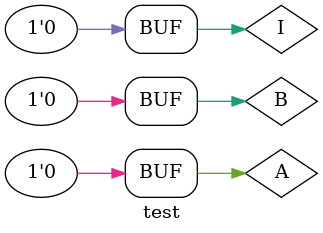
<source format=v>
module humair1x4DEMUX(D3,D2,D1,D0,A,B,I);
input A,B,I;
output D3,D2,D1,D0;
wire Anot,Bnot;
not (Anot, A);
not (Bnot, B);
and (D0, Anot, Bnot, I);
and (D1, Anot, B, I);
and (D2, A, Bnot, I);
and (D3, A, B, I);
endmodule

module test;
reg A,B,I;
wire D3,D2,D1,D0;
humair1x4DEMUX x(D3,D2,D1,D0,A,B,I);
initial
begin
A=1'b 0;B=1'b 0;I=1'b 0;#10
A=1'b 0;B=1'b 0;I=1'b 1;#10
A=1'b 0;B=1'b 1;I=1'b 0;#10
A=1'b 0;B=1'b 1;I=1'b 1;#10
A=1'b 1;B=1'b 0;I=1'b 0;#10
A=1'b 1;B=1'b 0;I=1'b 1;#10
A=1'b 1;B=1'b 1;I=1'b 0;#10
A=1'b 1;B=1'b 1;I=1'b 1;#10
A=1'b 0;B=1'b 0;I=1'b 0;
end
endmodule

</source>
